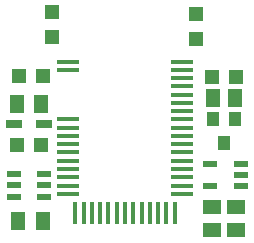
<source format=gbr>
G04 EAGLE Gerber RS-274X export*
G75*
%MOMM*%
%FSLAX34Y34*%
%LPD*%
%INSolderpaste Top*%
%IPPOS*%
%AMOC8*
5,1,8,0,0,1.08239X$1,22.5*%
G01*
%ADD10R,1.850000X0.450000*%
%ADD11R,0.450000X1.850000*%
%ADD12R,1.200000X1.200000*%
%ADD13R,1.200000X1.300000*%
%ADD14R,1.200000X1.500000*%
%ADD15R,1.200000X0.550000*%
%ADD16R,1.500000X1.300000*%
%ADD17R,1.000000X1.270000*%
%ADD18R,1.300000X1.500000*%
%ADD19R,1.350000X0.800000*%


D10*
X67320Y197480D03*
X67320Y190480D03*
X67320Y148480D03*
X67320Y141480D03*
X67320Y134480D03*
X67320Y127480D03*
X67320Y120480D03*
X67320Y113480D03*
X67320Y106480D03*
X67320Y99480D03*
X67320Y92480D03*
X67320Y85480D03*
D11*
X73570Y69230D03*
X80570Y69230D03*
X87570Y69230D03*
X94570Y69230D03*
X101570Y69230D03*
X108570Y69230D03*
X115570Y69230D03*
X122570Y69230D03*
X129570Y69230D03*
X136570Y69230D03*
X143570Y69230D03*
X150570Y69230D03*
X157570Y69230D03*
D10*
X163820Y85480D03*
X163820Y92480D03*
X163820Y99480D03*
X163820Y106480D03*
X163820Y113480D03*
X163820Y120480D03*
X163820Y127480D03*
X163820Y134480D03*
X163820Y141480D03*
X163820Y148480D03*
X163820Y155480D03*
X163820Y162480D03*
X163820Y169480D03*
X163820Y176480D03*
X163820Y183480D03*
X163820Y190480D03*
X163820Y197480D03*
D12*
X175260Y237830D03*
X175260Y216830D03*
X53340Y239100D03*
X53340Y218100D03*
D13*
X189230Y184150D03*
X209550Y184150D03*
X25400Y185420D03*
X45720Y185420D03*
D14*
X44790Y161290D03*
X23790Y161290D03*
D15*
X213661Y92100D03*
X213661Y101600D03*
X213661Y111100D03*
X187659Y111100D03*
X187659Y92100D03*
D16*
X209550Y74270D03*
X209550Y55270D03*
D14*
X46060Y62230D03*
X25060Y62230D03*
D16*
X189230Y74270D03*
X189230Y55270D03*
D17*
X199390Y128430D03*
X189890Y148430D03*
X208890Y148430D03*
D18*
X208890Y166370D03*
X189890Y166370D03*
D15*
X21290Y102210D03*
X21290Y92710D03*
X21290Y83210D03*
X47290Y83210D03*
X47290Y92710D03*
X47290Y102210D03*
D19*
X21590Y144780D03*
X46990Y144780D03*
D13*
X24130Y127000D03*
X44450Y127000D03*
M02*

</source>
